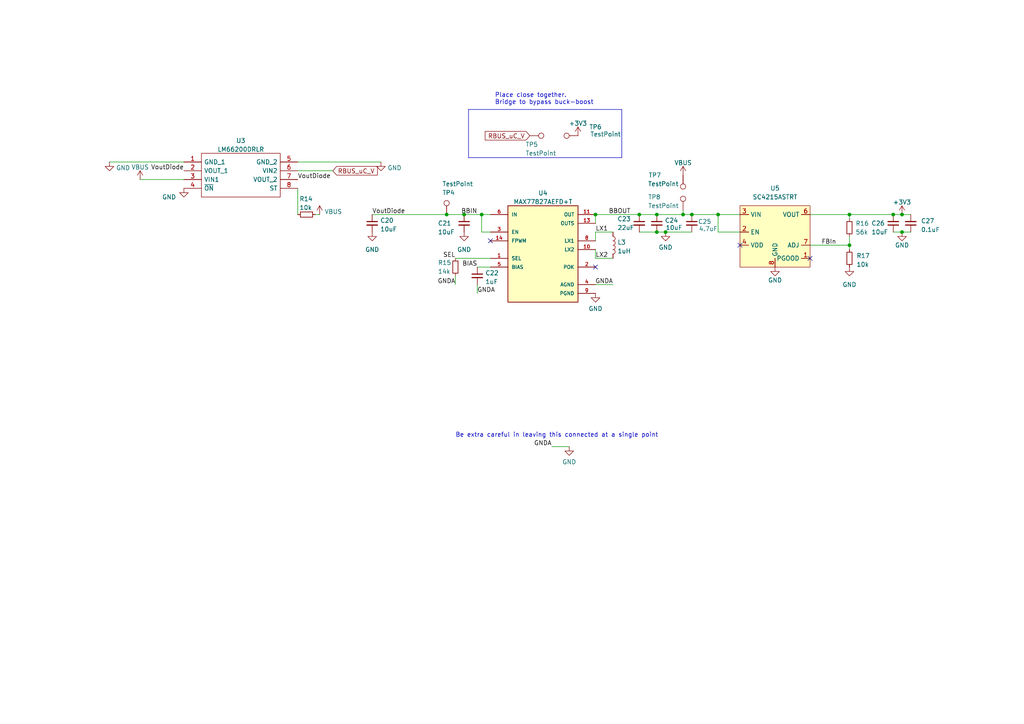
<source format=kicad_sch>
(kicad_sch (version 20231120) (generator "eeschema") (generator_version "8.0")
  (paper "A4")
  (lib_symbols
    (symbol "Connector:TestPoint" (pin_numbers hide) (pin_names (offset 0.762) hide)
      (property "Reference" "TP" (at 0 6.858 0))
      (property "Value" "TestPoint" (at 0 5.08 0))
      (symbol "TestPoint_0_1"
        (circle (center 0 3.302) (radius 0.762))
      )
      (symbol "TestPoint_1_1"
        (pin passive line (at 0 0 90) (length 2.54) (name "1") (number "1"))
      )
    )
    (symbol "Device:C_Small" (pin_numbers hide) (pin_names (offset 0.254) hide)
      (property "Reference" "C" (at 0.254 1.778 0))
      (property "Value" "C_Small" (at 0.254 -2.032 0))
      (symbol "C_Small_0_1"
        (polyline (pts (xy -1.524 -0.508) (xy 1.524 -0.508)) (stroke (width 0.3302)))
        (polyline (pts (xy -1.524 0.508) (xy 1.524 0.508)) (stroke (width 0.3048)))
      )
      (symbol "C_Small_1_1"
        (pin passive line (at 0 2.54 270) (length 2.032) (name "~") (number "1"))
        (pin passive line (at 0 -2.54 90) (length 2.032) (name "~") (number "2"))
      )
    )
    (symbol "Device:L" (pin_numbers hide) (pin_names (offset 1.016) hide)
      (property "Reference" "L" (at -1.27 0 90))
      (property "Value" "L" (at 1.905 0 90))
      (symbol "L_0_1"
        (arc (start 0 -2.54) (mid 0.6323 -1.905) (end 0 -1.27))
        (arc (start 0 -1.27) (mid 0.6323 -0.635) (end 0 0))
        (arc (start 0 0) (mid 0.6323 0.635) (end 0 1.27))
        (arc (start 0 1.27) (mid 0.6323 1.905) (end 0 2.54))
      )
      (symbol "L_1_1"
        (pin passive line (at 0 3.81 270) (length 1.27) (name "1") (number "1"))
        (pin passive line (at 0 -3.81 90) (length 1.27) (name "2") (number "2"))
      )
    )
    (symbol "Device:R_Small" (pin_numbers hide) (pin_names (offset 0.254) hide)
      (property "Reference" "R" (at 0.762 0.508 0))
      (property "Value" "R_Small" (at 0.762 -1.016 0))
      (symbol "R_Small_0_1"
        (rectangle (start -0.762 1.778) (end 0.762 -1.778) (stroke (width 0.2032)))
      )
      (symbol "R_Small_1_1"
        (pin passive line (at 0 2.54 270) (length 0.762) (name "~") (number "1"))
        (pin passive line (at 0 -2.54 90) (length 0.762) (name "~") (number "2"))
      )
    )
    (symbol "iclr:LM66200DRLR" (pin_names (offset 0.762))
      (property "Reference" "U" (at 29.21 7.62 0))
      (property "Value" "LM66200DRLR" (at 29.21 5.08 0))
      (symbol "LM66200DRLR_0_0"
        (pin passive line (at 0 0 0) (length 5.08) (name "GND_1") (number "1"))
        (pin passive line (at 0 -2.54 0) (length 5.08) (name "VOUT_1") (number "2"))
        (pin passive line (at 0 -5.08 0) (length 5.08) (name "VIN1") (number "3"))
        (pin passive line (at 0 -7.62 0) (length 5.08) (name "~{ON}") (number "4"))
        (pin passive line (at 33.02 0 180) (length 5.08) (name "GND_2") (number "5"))
        (pin passive line (at 33.02 -2.54 180) (length 5.08) (name "VIN2") (number "6"))
        (pin passive line (at 33.02 -5.08 180) (length 5.08) (name "VOUT_2") (number "7"))
        (pin passive line (at 33.02 -7.62 180) (length 5.08) (name "ST") (number "8"))
      )
      (symbol "LM66200DRLR_0_1"
        (polyline (pts (xy 5.08 2.54) (xy 27.94 2.54) (xy 27.94 -10.16) (xy 5.08 -10.16) (xy 5.08 2.54)) (stroke (width 0.1524)))
      )
    )
    (symbol "iclr:MAX77827AEFD+T" (pin_names (offset 1.016))
      (property "Reference" "U?" (at -10.16 13.208 0))
      (property "Value" "MAX77827AEFD+T" (at -10.16 -17.78 0))
      (symbol "MAX77827AEFD+T_0_0"
        (rectangle (start -10.16 -15.24) (end 10.16 12.7) (stroke (width 0.254)) (fill (type background)))
        (pin passive line (at -15.24 -2.54 0) (length 5.08) (name "SEL") (number "1"))
        (pin passive line (at 15.24 0 180) (length 5.08) (name "LX2") (number "10"))
        (pin output line (at 15.24 10.16 180) (length 5.08) (name "OUT") (number "11"))
        (pin input line (at 15.24 7.62 180) (length 5.08) (name "OUTS") (number "13"))
        (pin input line (at -15.24 2.54 0) (length 5.08) (name "FPWM") (number "14"))
        (pin output line (at 15.24 -5.08 180) (length 5.08) (name "POK") (number "2"))
        (pin input line (at -15.24 5.08 0) (length 5.08) (name "EN") (number "3"))
        (pin power_in line (at 15.24 -10.16 180) (length 5.08) (name "AGND") (number "4"))
        (pin passive line (at -15.24 -5.08 0) (length 5.08) (name "BIAS") (number "5"))
        (pin input line (at -15.24 10.16 0) (length 5.08) (name "IN") (number "6"))
        (pin passive line (at 15.24 2.54 180) (length 5.08) (name "LX1") (number "8"))
        (pin power_in line (at 15.24 -12.7 180) (length 5.08) (name "PGND") (number "9"))
      )
    )
    (symbol "iclr:SC4215ASTRT"
      (property "Reference" "U5" (at 0 4.8428 0))
      (property "Value" "SC4215" (at 0 2.3059 0))
      (symbol "SC4215ASTRT_1_1"
        (rectangle (start -10.16 1.27) (end 10.16 -16.51) (fill (type background)))
        (pin output line (at 10.16 -13.97 180) (length 2.54) (name "PGOOD") (number "1"))
        (pin input line (at -10.16 -6.35 0) (length 2.54) (name "EN") (number "2"))
        (pin power_in line (at -10.16 -1.27 0) (length 2.54) (name "VIN") (number "3"))
        (pin input line (at -10.16 -10.16 0) (length 2.54) (name "VDD") (number "4"))
        (pin no_connect line (at -10.16 -15.24 0) (length 2.54) hide (name "NC") (number "5"))
        (pin power_out line (at 10.16 -1.27 180) (length 2.54) (name "VOUT") (number "6"))
        (pin input line (at 10.16 -10.16 180) (length 2.54) (name "ADJ") (number "7"))
        (pin power_out line (at 0 -16.51 90) (length 2.54) (name "GND") (number "8"))
        (pin power_out line (at 0 -16.51 90) (length 2.54) hide (name "GND") (number "9"))
      )
    )
    (symbol "power:+3.3V" (power) (pin_names (offset 0))
      (property "Value" "+3.3V" (at 0 3.556 0))
      (symbol "+3.3V_0_1"
        (polyline (pts (xy -0.762 1.27) (xy 0 2.54)))
        (polyline (pts (xy 0 0) (xy 0 2.54)))
        (polyline (pts (xy 0 2.54) (xy 0.762 1.27)))
      )
      (symbol "+3.3V_1_1"
        (pin power_in line (at 0 0 90) (length 0) hide (name "+3V3") (number "1"))
      )
    )
    (symbol "power:GND" (power) (pin_names (offset 0))
      (property "Value" "GND" (at 0 -3.81 0))
      (symbol "GND_0_1"
        (polyline (pts (xy 0 0) (xy 0 -1.27) (xy 1.27 -1.27) (xy 0 -2.54) (xy -1.27 -1.27) (xy 0 -1.27)))
      )
      (symbol "GND_1_1"
        (pin power_in line (at 0 0 270) (length 0) hide (name "GND") (number "1"))
      )
    )
    (symbol "power:VBUS" (power) (pin_names (offset 0))
      (property "Value" "VBUS" (at 0 3.81 0))
      (symbol "VBUS_0_1"
        (polyline (pts (xy -0.762 1.27) (xy 0 2.54)))
        (polyline (pts (xy 0 0) (xy 0 2.54)))
        (polyline (pts (xy 0 2.54) (xy 0.762 1.27)))
      )
      (symbol "VBUS_1_1"
        (pin power_in line (at 0 0 90) (length 0) hide (name "VBUS") (number "1"))
      )
    )
  )
  (junction (at 185.42 62.23))
  (junction (at 261.62 67.31))
  (junction (at 198.12 62.23))
  (junction (at 134.62 62.23))
  (junction (at 246.38 71.12))
  (junction (at 261.62 62.23))
  (junction (at 200.66 62.23))
  (junction (at 193.04 67.31))
  (junction (at 259.08 62.23))
  (junction (at 208.28 62.23))
  (junction (at 139.7 62.23))
  (junction (at 129.54 62.23))
  (junction (at 190.5 62.23))
  (junction (at 172.72 62.23))
  (junction (at 190.5 67.31))
  (junction (at 246.38 62.23))
  (no_connect (at 172.72 77.47))
  (no_connect (at 142.24 69.85))
  (no_connect (at 214.63 71.12))
  (no_connect (at 234.95 74.93))
  (wire (pts (xy 172.72 74.93) (xy 172.72 72.39)))
  (wire (pts (xy 172.72 62.23) (xy 185.42 62.23)))
  (wire (pts (xy 139.7 62.23) (xy 142.24 62.23)))
  (wire (pts (xy 246.38 71.12) (xy 246.38 72.39)))
  (wire (pts (xy 193.04 67.31) (xy 190.5 67.31)))
  (wire (pts (xy 132.08 82.55) (xy 132.08 80.01)))
  (polyline (pts (xy 135.89 31.75) (xy 180.34 31.75)))
  (wire (pts (xy 172.72 82.55) (xy 177.8 82.55)))
  (wire (pts (xy 261.62 62.23) (xy 259.08 62.23)))
  (wire (pts (xy 86.36 62.23) (xy 86.36 54.61)))
  (wire (pts (xy 138.43 85.09) (xy 138.43 82.55)))
  (wire (pts (xy 92.71 62.23) (xy 91.44 62.23)))
  (wire (pts (xy 198.12 60.96) (xy 198.12 62.23)))
  (wire (pts (xy 208.28 67.31) (xy 208.28 62.23)))
  (wire (pts (xy 134.62 62.23) (xy 139.7 62.23)))
  (wire (pts (xy 172.72 64.77) (xy 172.72 62.23)))
  (wire (pts (xy 246.38 62.23) (xy 259.08 62.23)))
  (wire (pts (xy 261.62 62.23) (xy 264.16 62.23)))
  (wire (pts (xy 208.28 62.23) (xy 214.63 62.23)))
  (wire (pts (xy 246.38 68.58) (xy 246.38 71.12)))
  (polyline (pts (xy 135.89 31.75) (xy 135.89 45.72)))
  (wire (pts (xy 172.72 69.85) (xy 172.72 67.31)))
  (wire (pts (xy 234.95 71.12) (xy 246.38 71.12)))
  (wire (pts (xy 185.42 62.23) (xy 190.5 62.23)))
  (wire (pts (xy 177.8 74.93) (xy 172.72 74.93)))
  (wire (pts (xy 198.12 62.23) (xy 200.66 62.23)))
  (wire (pts (xy 259.08 67.31) (xy 261.62 67.31)))
  (wire (pts (xy 40.64 52.07) (xy 53.34 52.07)))
  (wire (pts (xy 132.08 74.93) (xy 142.24 74.93)))
  (polyline (pts (xy 180.34 31.75) (xy 180.34 45.72)))
  (wire (pts (xy 261.62 67.31) (xy 264.16 67.31)))
  (wire (pts (xy 200.66 62.23) (xy 208.28 62.23)))
  (wire (pts (xy 185.42 67.31) (xy 190.5 67.31)))
  (wire (pts (xy 96.52 49.53) (xy 86.36 49.53)))
  (wire (pts (xy 193.04 67.31) (xy 200.66 67.31)))
  (wire (pts (xy 234.95 62.23) (xy 246.38 62.23)))
  (wire (pts (xy 190.5 62.23) (xy 198.12 62.23)))
  (wire (pts (xy 160.02 129.54) (xy 165.1 129.54)))
  (wire (pts (xy 129.54 62.23) (xy 134.62 62.23)))
  (wire (pts (xy 139.7 62.23) (xy 139.7 67.31)))
  (wire (pts (xy 31.75 46.99) (xy 53.34 46.99)))
  (wire (pts (xy 110.49 46.99) (xy 86.36 46.99)))
  (wire (pts (xy 139.7 67.31) (xy 142.24 67.31)))
  (polyline (pts (xy 180.34 45.72) (xy 135.89 45.72)))
  (wire (pts (xy 107.95 62.23) (xy 129.54 62.23)))
  (wire (pts (xy 246.38 62.23) (xy 246.38 63.5)))
  (wire (pts (xy 138.43 77.47) (xy 142.24 77.47)))
  (wire (pts (xy 214.63 67.31) (xy 208.28 67.31)))
  (wire (pts (xy 172.72 67.31) (xy 177.8 67.31)))
  (text "Place close together.\nBridge to bypass buck-boost\n" (at 143.51 30.48 0) (effects (font (size 1.27 1.27)) (justify left bottom)))
  (text "Be extra careful in leaving this connected at a single point\n" (at 132.08 127 0) (effects (font (size 1.27 1.27)) (justify left bottom)))
  (label "BBIN" (at 138.43 62.23 180))
  (label "GNDA" (at 132.08 82.55 180))
  (label "VoutDiode" (at 107.95 62.23 0))
  (label "BIAS" (at 138.43 77.47 180))
  (label "VoutDiode" (at 86.36 52.07 0))
  (label "LX2" (at 172.72 74.93 0))
  (label "LX1" (at 172.72 67.31 0))
  (label "GNDA" (at 177.8 82.55 180))
  (label "GNDA" (at 160.02 129.54 180))
  (label "SEL" (at 132.08 74.93 180))
  (label "GNDA" (at 138.43 85.09 0))
  (label "VoutDiode" (at 53.34 49.53 180))
  (label "FBIn" (at 242.57 71.12 180))
  (label "BBOUT" (at 176.53 62.23 0))
  (global_label "RBUS_uC_V" (shape input) (at 153.67 39.37 180) (property "Intersheetrefs" "${INTERSHEET_REFS}" (effects (hide yes))))
  (global_label "RBUS_uC_V" (shape input) (at 96.52 49.53 0) (property "Intersheetrefs" "${INTERSHEET_REFS}" (effects (hide yes))))
  (symbol (lib_id "Connector:TestPoint") (at 167.64 39.37 90) (unit 1)
    (property "Reference" "TP6" (at 172.72 36.83 90))
    (property "Value" "TestPoint" (at 175.641 38.9316 90))
    (property "Footprint" "TestPoint:TestPoint_Pad_D1.5mm" (effects (hide yes)))
  )
  (symbol (lib_id "iclr:LM66200DRLR") (at 53.34 46.99 0) (unit 1)
    (property "Reference" "U3" (at 69.85 40.801 0))
    (property "Value" "LM66200DRLR" (at 69.85 43.3379 0))
    (property "Footprint" "iclr:SOTFL50P160X60-8N" (effects (hide yes)))
    (property "Datasheet" "https://www.ti.com/lit/gpn/lm66200" (effects (hide yes)))
    (property "Description" "1.6-V to 5.5-V, 40-m, 2.5-A, low-IQ, dual ideal diode" (effects (hide yes)))
    (property "Height" "0.6" (effects (hide yes)))
    (property "Manufacturer_Name" "Texas Instruments" (effects (hide yes)))
    (property "Manufacturer_Part_Number" "LM66200DRLR" (effects (hide yes)))
    (property "Mouser Part Number" "595-LM66200DRLR" (effects (hide yes)))
    (property "Mouser Price/Stock" "https://www.mouser.co.uk/ProductDetail/Texas-Instruments/LM66200DRLR?qs=Rp5uXu7WBW90hnpZAkIOdQ%3D%3D" (effects (hide yes)))
    (property "Arrow Part Number" "LM66200DRLR" (effects (hide yes)))
    (property "Arrow Price/Stock" "https://www.arrow.com/en/products/lm66200drlr/texas-instruments?region=nac" (effects (hide yes)))
  )
  (symbol (lib_id "power:GND") (at 246.38 77.47 0) (unit 1)
    (property "Reference" "#PWR054" (effects (hide yes)))
    (property "Value" "GND" (at 246.38 82.55 0))
  )
  (symbol (lib_id "Device:C_Small") (at 185.42 64.77 0) (unit 1)
    (property "Reference" "C23" (at 179.07 63.5031 0) (effects (justify left)))
    (property "Value" "22uF" (at 179.07 66.04 0) (effects (justify left)))
    (property "Footprint" "Capacitor_SMD:C_0603_1608Metric" (effects (hide yes)))
  )
  (symbol (lib_id "power:+3.3V") (at 261.62 62.23 0) (unit 1)
    (property "Reference" "#PWR055" (effects (hide yes)))
    (property "Value" "+3V3" (at 261.62 58.6542 0))
  )
  (symbol (lib_id "power:VBUS") (at 40.64 52.07 0) (unit 1)
    (property "Reference" "#PWR042" (effects (hide yes)))
    (property "Value" "VBUS" (at 40.64 48.4942 0))
  )
  (symbol (lib_id "power:VBUS") (at 92.71 62.23 0) (unit 1)
    (property "Reference" "#PWR044" (effects (hide yes)))
    (property "Value" "VBUS" (at 94.107 61.3938 0) (effects (justify left)))
  )
  (symbol (lib_id "power:GND") (at 134.62 67.31 0) (unit 1)
    (property "Reference" "#PWR047" (effects (hide yes)))
    (property "Value" "GND" (at 134.62 72.39 0))
  )
  (symbol (lib_id "Device:L") (at 177.8 71.12 0) (unit 1)
    (property "Reference" "L3" (at 179.07 70.2853 0) (effects (justify left)))
    (property "Value" "1uH" (at 179.07 72.8222 0) (effects (justify left)))
    (property "Footprint" "Inductor_SMD:L_0805_2012Metric" (effects (hide yes)))
    (property "MPN" "DFE201210U-1R0M" (effects (hide yes)))
  )
  (symbol (lib_id "power:+3.3V") (at 167.64 39.37 0) (unit 1)
    (property "Reference" "#PWR049" (effects (hide yes)))
    (property "Value" "+3V3" (at 167.64 35.7942 0))
  )
  (symbol (lib_id "Device:C_Small") (at 134.62 64.77 0) (unit 1)
    (property "Reference" "C21" (at 127 64.77 0) (effects (justify left)))
    (property "Value" "10uF" (at 127 67.3069 0) (effects (justify left)))
    (property "Footprint" "Capacitor_SMD:C_0603_1608Metric" (effects (hide yes)))
  )
  (symbol (lib_id "power:GND") (at 107.95 67.31 0) (unit 1)
    (property "Reference" "#PWR045" (effects (hide yes)))
    (property "Value" "GND" (at 107.95 72.39 0))
  )
  (symbol (lib_id "power:GND") (at 31.75 46.99 0) (unit 1)
    (property "Reference" "#PWR041" (effects (hide yes)))
    (property "Value" "GND" (at 33.655 48.6938 0) (effects (justify left)))
  )
  (symbol (lib_id "Device:C_Small") (at 264.16 64.77 180) (unit 1)
    (property "Reference" "C27" (at 267.1183 64.0754 0) (effects (justify right)))
    (property "Value" "0.1uF" (at 267.1183 66.6154 0) (effects (justify right)))
    (property "Footprint" "Capacitor_SMD:C_0402_1005Metric" (effects (hide yes)))
  )
  (symbol (lib_id "Device:R_Small") (at 246.38 74.93 0) (unit 1)
    (property "Reference" "R17" (at 248.394 74.1797 0) (effects (justify left)))
    (property "Value" "10k" (at 248.394 76.7197 0) (effects (justify left)))
    (property "Footprint" "Resistor_SMD:R_0402_1005Metric" (effects (hide yes)))
  )
  (symbol (lib_id "Connector:TestPoint") (at 129.54 62.23 0) (unit 1)
    (property "Reference" "TP4" (at 128.27 55.88 0) (effects (justify left)))
    (property "Value" "TestPoint" (at 128.27 53.3431 0) (effects (justify left)))
    (property "Footprint" "TestPoint:TestPoint_Pad_D1.5mm" (effects (hide yes)))
  )
  (symbol (lib_id "Device:C_Small") (at 190.5 64.77 0) (unit 1)
    (property "Reference" "C24" (at 192.8241 63.9416 0) (effects (justify left)))
    (property "Value" "10uF" (at 193.04 66.04 0) (effects (justify left)))
    (property "Footprint" "Capacitor_SMD:C_0402_1005Metric" (effects (hide yes)))
  )
  (symbol (lib_id "power:GND") (at 193.04 67.31 0) (unit 1)
    (property "Reference" "#PWR051" (effects (hide yes)))
    (property "Value" "GND" (at 193.04 71.7534 0))
  )
  (symbol (lib_id "Device:R_Small") (at 88.9 62.23 270) (unit 1)
    (property "Reference" "R14" (at 86.8311 57.6879 90) (effects (justify left)))
    (property "Value" "10k" (at 86.8311 60.2279 90) (effects (justify left)))
    (property "Footprint" "Resistor_SMD:R_0402_1005Metric" (effects (hide yes)))
  )
  (symbol (lib_id "Device:R_Small") (at 132.08 77.47 0) (unit 1)
    (property "Reference" "R15" (at 127 76.2 0) (effects (justify left)))
    (property "Value" "14k" (at 127 78.7369 0) (effects (justify left)))
    (property "Footprint" "Resistor_SMD:R_0402_1005Metric" (effects (hide yes)))
  )
  (symbol (lib_id "power:GND") (at 261.62 67.31 0) (unit 1)
    (property "Reference" "#PWR056" (effects (hide yes)))
    (property "Value" "GND" (at 261.62 71.12 0))
  )
  (symbol (lib_id "Device:C_Small") (at 138.43 80.01 0) (unit 1)
    (property "Reference" "C22" (at 140.7541 79.1816 0) (effects (justify left)))
    (property "Value" "1uF" (at 140.7541 81.7185 0) (effects (justify left)))
    (property "Footprint" "Capacitor_SMD:C_0402_1005Metric" (effects (hide yes)))
  )
  (symbol (lib_id "power:GND") (at 165.1 129.54 0) (unit 1)
    (property "Reference" "#PWR048" (effects (hide yes)))
    (property "Value" "GND" (at 165.1 133.9834 0))
  )
  (symbol (lib_id "power:GND") (at 172.72 85.09 0) (unit 1)
    (property "Reference" "#PWR050" (effects (hide yes)))
    (property "Value" "GND" (at 172.72 89.5334 0))
  )
  (symbol (lib_id "power:VBUS") (at 198.12 50.8 0) (unit 1)
    (property "Reference" "#PWR052" (effects (hide yes)))
    (property "Value" "VBUS" (at 198.12 47.2242 0))
  )
  (symbol (lib_id "power:GND") (at 110.49 46.99 0) (unit 1)
    (property "Reference" "#PWR046" (effects (hide yes)))
    (property "Value" "GND" (at 112.395 48.6938 0) (effects (justify left)))
  )
  (symbol (lib_id "Connector:TestPoint") (at 153.67 39.37 270) (unit 1)
    (property "Reference" "TP5" (at 152.4 41.91 90) (effects (justify left)))
    (property "Value" "TestPoint" (at 152.4 44.4469 90) (effects (justify left)))
    (property "Footprint" "TestPoint:TestPoint_Pad_D1.5mm" (effects (hide yes)))
  )
  (symbol (lib_id "power:GND") (at 53.34 54.61 0) (unit 1)
    (property "Reference" "#PWR043" (effects (hide yes)))
    (property "Value" "GND" (at 46.99 57.15 0) (effects (justify left)))
  )
  (symbol (lib_id "power:GND") (at 224.79 77.47 0) (unit 1)
    (property "Reference" "#PWR053" (effects (hide yes)))
    (property "Value" "GND" (at 224.79 81.28 0))
  )
  (symbol (lib_id "iclr:MAX77827AEFD+T") (at 157.48 72.39 0) (unit 1)
    (property "Reference" "U4" (at 157.48 55.9902 0))
    (property "Value" "MAX77827AEFD+T" (at 157.48 58.5271 0))
    (property "Footprint" "iclr:CONV_MAX77827AEFD+T" (effects (hide yes)))
    (property "MANUFACTURER" "Maxim Integrated" (effects (hide yes)))
    (property "MAXIMUM_PACKAGE_HEIGHT" "0.6mm" (effects (hide yes)))
    (property "PARTREV" "B" (effects (hide yes)))
    (property "STANDARD" "Manufacturer Recommended" (effects (hide yes)))
  )
  (symbol (lib_id "Device:C_Small") (at 259.08 64.77 180) (unit 1)
    (property "Reference" "C26" (at 252.73 64.77 0) (effects (justify right)))
    (property "Value" "10uF" (at 252.73 67.31 0) (effects (justify right)))
    (property "Footprint" "Capacitor_SMD:C_0402_1005Metric" (effects (hide yes)))
  )
  (symbol (lib_id "Device:C_Small") (at 107.95 64.77 0) (unit 1)
    (property "Reference" "C20" (at 110.2741 63.9416 0) (effects (justify left)))
    (property "Value" "10uF" (at 110.2741 66.4785 0) (effects (justify left)))
    (property "Footprint" "Capacitor_SMD:C_0402_1005Metric" (effects (hide yes)))
  )
  (symbol (lib_id "Device:R_Small") (at 246.38 66.04 0) (unit 1)
    (property "Reference" "R16" (at 248.1367 64.8105 0) (effects (justify left)))
    (property "Value" "56k" (at 248.1367 67.3505 0) (effects (justify left)))
    (property "Footprint" "Resistor_SMD:R_0402_1005Metric" (effects (hide yes)))
  )
  (symbol (lib_id "Device:C_Small") (at 200.66 64.77 0) (unit 1)
    (property "Reference" "C25" (at 202.4436 64.2768 0) (effects (justify left)))
    (property "Value" "4.7uF" (at 202.6595 66.3752 0) (effects (justify left)))
    (property "Footprint" "Capacitor_SMD:C_0402_1005Metric" (effects (hide yes)))
  )
  (symbol (lib_id "Connector:TestPoint") (at 198.12 50.8 180) (unit 1)
    (property "Reference" "TP7" (at 191.77 50.8 0) (effects (justify left)))
    (property "Value" "TestPoint" (at 196.85 53.3369 0) (effects (justify left)))
    (property "Footprint" "TestPoint:TestPoint_Pad_D1.5mm" (effects (hide yes)))
  )
  (symbol (lib_id "iclr:SC4215ASTRT") (at 224.79 60.96 0) (unit 1)
    (property "Reference" "U5" (at 224.79 54.61 0))
    (property "Value" "SC4215ASTRT" (at 224.79 57.15 0))
    (property "Footprint" "iclr:SOIC127P599X175-9N" (effects (hide yes)))
  )
  (symbol (lib_id "Connector:TestPoint") (at 198.12 60.96 0) (unit 1)
    (property "Reference" "TP8" (at 187.96 57.15 0) (effects (justify left)))
    (property "Value" "TestPoint" (at 187.96 59.6869 0) (effects (justify left)))
    (property "Footprint" "TestPoint:TestPoint_Pad_D1.5mm" (effects (hide yes)))
  )
)
</source>
